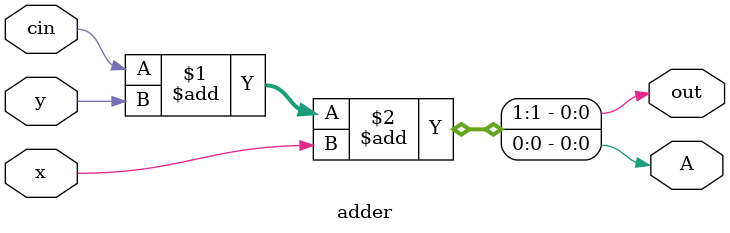
<source format=v>
module adder(input x, input y, input cin, output A, output out);
 //start code
assign {out,A} =  cin + y + x;
  //end of code
endmodule //end of module
</source>
